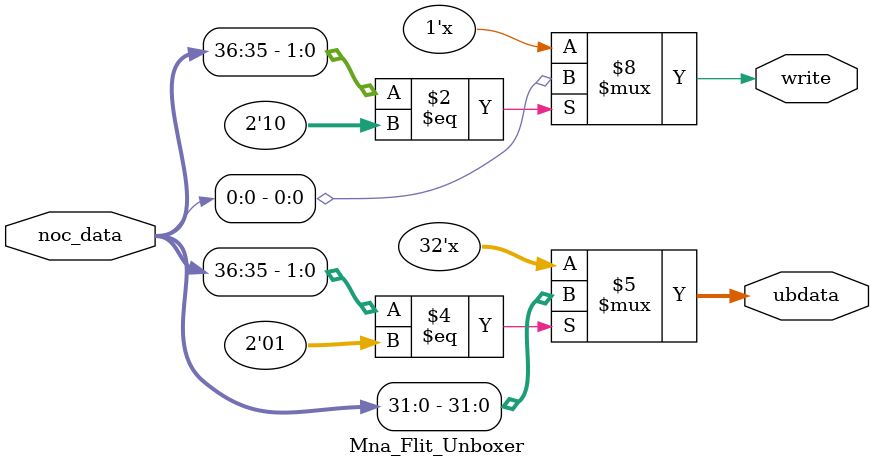
<source format=v>
`timescale 1ns / 1ps


module Mna_Flit_Unboxer(noc_data, ubdata, write);
    input [36:0] noc_data;
    output reg [31:0] ubdata;
    output reg write;
    
    always @(noc_data)
    if(noc_data[36:35] == 2'b10) begin
        write = noc_data[0];
    end
    
    always @(noc_data)
    if(noc_data[36:35] == 2'b01) begin
        ubdata <= noc_data[31:0];
    end
     
endmodule

</source>
